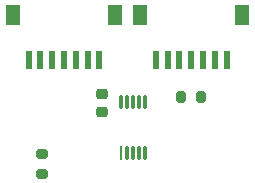
<source format=gbr>
%TF.GenerationSoftware,KiCad,Pcbnew,9.0.0*%
%TF.CreationDate,2025-02-26T19:49:16+08:00*%
%TF.ProjectId,keyboard,6b657962-6f61-4726-942e-6b696361645f,rev?*%
%TF.SameCoordinates,Original*%
%TF.FileFunction,Paste,Top*%
%TF.FilePolarity,Positive*%
%FSLAX46Y46*%
G04 Gerber Fmt 4.6, Leading zero omitted, Abs format (unit mm)*
G04 Created by KiCad (PCBNEW 9.0.0) date 2025-02-26 19:49:16*
%MOMM*%
%LPD*%
G01*
G04 APERTURE LIST*
G04 Aperture macros list*
%AMRoundRect*
0 Rectangle with rounded corners*
0 $1 Rounding radius*
0 $2 $3 $4 $5 $6 $7 $8 $9 X,Y pos of 4 corners*
0 Add a 4 corners polygon primitive as box body*
4,1,4,$2,$3,$4,$5,$6,$7,$8,$9,$2,$3,0*
0 Add four circle primitives for the rounded corners*
1,1,$1+$1,$2,$3*
1,1,$1+$1,$4,$5*
1,1,$1+$1,$6,$7*
1,1,$1+$1,$8,$9*
0 Add four rect primitives between the rounded corners*
20,1,$1+$1,$2,$3,$4,$5,0*
20,1,$1+$1,$4,$5,$6,$7,0*
20,1,$1+$1,$6,$7,$8,$9,0*
20,1,$1+$1,$8,$9,$2,$3,0*%
G04 Aperture macros list end*
%ADD10RoundRect,0.200000X0.200000X0.275000X-0.200000X0.275000X-0.200000X-0.275000X0.200000X-0.275000X0*%
%ADD11RoundRect,0.200000X0.275000X-0.200000X0.275000X0.200000X-0.275000X0.200000X-0.275000X-0.200000X0*%
%ADD12RoundRect,0.225000X-0.250000X0.225000X-0.250000X-0.225000X0.250000X-0.225000X0.250000X0.225000X0*%
%ADD13O,0.279400X1.270000*%
%ADD14R,0.279400X1.270000*%
%ADD15R,0.600000X1.550000*%
%ADD16R,1.200000X1.800000*%
G04 APERTURE END LIST*
D10*
%TO.C,R1*%
X179835000Y-93991750D03*
X181485000Y-93991750D03*
%TD*%
D11*
%TO.C,R2*%
X168010000Y-100533250D03*
X168010000Y-98883250D03*
%TD*%
D12*
%TO.C,C4*%
X173160894Y-93777750D03*
X173160894Y-95327750D03*
%TD*%
D13*
%TO.C,U3*%
X174733332Y-94433750D03*
X175233332Y-94433750D03*
X175733332Y-94433750D03*
X176233332Y-94433750D03*
X176733332Y-94433750D03*
X176733332Y-98751750D03*
X176233332Y-98751750D03*
X175733332Y-98751750D03*
X175233332Y-98751750D03*
D14*
X174733332Y-98751750D03*
%TD*%
D15*
%TO.C,J2*%
X172905000Y-90925000D03*
X171905000Y-90925000D03*
X170905000Y-90925000D03*
X169905000Y-90925000D03*
X168905000Y-90925000D03*
X167905000Y-90925000D03*
X166905000Y-90925000D03*
D16*
X174205000Y-87050000D03*
X165605000Y-87050000D03*
%TD*%
D15*
%TO.C,J3*%
X183685000Y-90925000D03*
X182685000Y-90925000D03*
X181685000Y-90925000D03*
X180685000Y-90925000D03*
X179685000Y-90925000D03*
X178685000Y-90925000D03*
X177685000Y-90925000D03*
D16*
X184985000Y-87050000D03*
X176385000Y-87050000D03*
%TD*%
M02*

</source>
